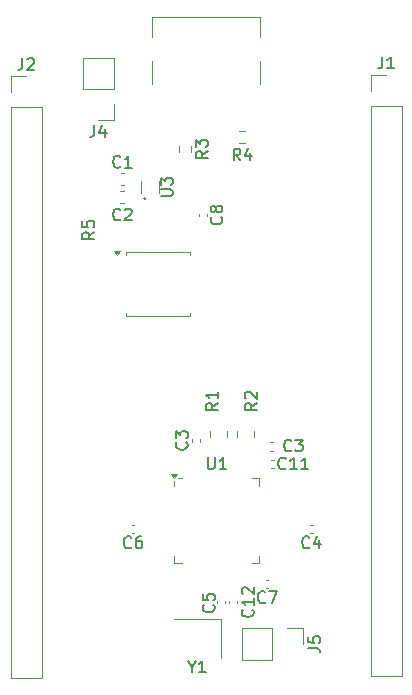
<source format=gbr>
%TF.GenerationSoftware,KiCad,Pcbnew,8.0.2*%
%TF.CreationDate,2024-06-21T23:47:16-04:00*%
%TF.ProjectId,RP2040 Custom,52503230-3430-4204-9375-73746f6d2e6b,rev?*%
%TF.SameCoordinates,Original*%
%TF.FileFunction,Legend,Top*%
%TF.FilePolarity,Positive*%
%FSLAX46Y46*%
G04 Gerber Fmt 4.6, Leading zero omitted, Abs format (unit mm)*
G04 Created by KiCad (PCBNEW 8.0.2) date 2024-06-21 23:47:16*
%MOMM*%
%LPD*%
G01*
G04 APERTURE LIST*
%ADD10C,0.150000*%
%ADD11C,0.120000*%
%ADD12C,0.140357*%
G04 APERTURE END LIST*
D10*
X139835595Y-79184819D02*
X139835595Y-79994342D01*
X139835595Y-79994342D02*
X139883214Y-80089580D01*
X139883214Y-80089580D02*
X139930833Y-80137200D01*
X139930833Y-80137200D02*
X140026071Y-80184819D01*
X140026071Y-80184819D02*
X140216547Y-80184819D01*
X140216547Y-80184819D02*
X140311785Y-80137200D01*
X140311785Y-80137200D02*
X140359404Y-80089580D01*
X140359404Y-80089580D02*
X140407023Y-79994342D01*
X140407023Y-79994342D02*
X140407023Y-79184819D01*
X141407023Y-80184819D02*
X140835595Y-80184819D01*
X141121309Y-80184819D02*
X141121309Y-79184819D01*
X141121309Y-79184819D02*
X141026071Y-79327676D01*
X141026071Y-79327676D02*
X140930833Y-79422914D01*
X140930833Y-79422914D02*
X140835595Y-79470533D01*
X148342819Y-95329333D02*
X149057104Y-95329333D01*
X149057104Y-95329333D02*
X149199961Y-95376952D01*
X149199961Y-95376952D02*
X149295200Y-95472190D01*
X149295200Y-95472190D02*
X149342819Y-95615047D01*
X149342819Y-95615047D02*
X149342819Y-95710285D01*
X148342819Y-94376952D02*
X148342819Y-94853142D01*
X148342819Y-94853142D02*
X148819009Y-94900761D01*
X148819009Y-94900761D02*
X148771390Y-94853142D01*
X148771390Y-94853142D02*
X148723771Y-94757904D01*
X148723771Y-94757904D02*
X148723771Y-94519809D01*
X148723771Y-94519809D02*
X148771390Y-94424571D01*
X148771390Y-94424571D02*
X148819009Y-94376952D01*
X148819009Y-94376952D02*
X148914247Y-94329333D01*
X148914247Y-94329333D02*
X149152342Y-94329333D01*
X149152342Y-94329333D02*
X149247580Y-94376952D01*
X149247580Y-94376952D02*
X149295200Y-94424571D01*
X149295200Y-94424571D02*
X149342819Y-94519809D01*
X149342819Y-94519809D02*
X149342819Y-94757904D01*
X149342819Y-94757904D02*
X149295200Y-94853142D01*
X149295200Y-94853142D02*
X149247580Y-94900761D01*
X140313580Y-91682866D02*
X140361200Y-91730485D01*
X140361200Y-91730485D02*
X140408819Y-91873342D01*
X140408819Y-91873342D02*
X140408819Y-91968580D01*
X140408819Y-91968580D02*
X140361200Y-92111437D01*
X140361200Y-92111437D02*
X140265961Y-92206675D01*
X140265961Y-92206675D02*
X140170723Y-92254294D01*
X140170723Y-92254294D02*
X139980247Y-92301913D01*
X139980247Y-92301913D02*
X139837390Y-92301913D01*
X139837390Y-92301913D02*
X139646914Y-92254294D01*
X139646914Y-92254294D02*
X139551676Y-92206675D01*
X139551676Y-92206675D02*
X139456438Y-92111437D01*
X139456438Y-92111437D02*
X139408819Y-91968580D01*
X139408819Y-91968580D02*
X139408819Y-91873342D01*
X139408819Y-91873342D02*
X139456438Y-91730485D01*
X139456438Y-91730485D02*
X139504057Y-91682866D01*
X139408819Y-90778104D02*
X139408819Y-91254294D01*
X139408819Y-91254294D02*
X139885009Y-91301913D01*
X139885009Y-91301913D02*
X139837390Y-91254294D01*
X139837390Y-91254294D02*
X139789771Y-91159056D01*
X139789771Y-91159056D02*
X139789771Y-90920961D01*
X139789771Y-90920961D02*
X139837390Y-90825723D01*
X139837390Y-90825723D02*
X139885009Y-90778104D01*
X139885009Y-90778104D02*
X139980247Y-90730485D01*
X139980247Y-90730485D02*
X140218342Y-90730485D01*
X140218342Y-90730485D02*
X140313580Y-90778104D01*
X140313580Y-90778104D02*
X140361200Y-90825723D01*
X140361200Y-90825723D02*
X140408819Y-90920961D01*
X140408819Y-90920961D02*
X140408819Y-91159056D01*
X140408819Y-91159056D02*
X140361200Y-91254294D01*
X140361200Y-91254294D02*
X140313580Y-91301913D01*
X130222666Y-51060819D02*
X130222666Y-51775104D01*
X130222666Y-51775104D02*
X130175047Y-51917961D01*
X130175047Y-51917961D02*
X130079809Y-52013200D01*
X130079809Y-52013200D02*
X129936952Y-52060819D01*
X129936952Y-52060819D02*
X129841714Y-52060819D01*
X131127428Y-51394152D02*
X131127428Y-52060819D01*
X130889333Y-51013200D02*
X130651238Y-51727485D01*
X130651238Y-51727485D02*
X131270285Y-51727485D01*
X124126666Y-45384819D02*
X124126666Y-46099104D01*
X124126666Y-46099104D02*
X124079047Y-46241961D01*
X124079047Y-46241961D02*
X123983809Y-46337200D01*
X123983809Y-46337200D02*
X123840952Y-46384819D01*
X123840952Y-46384819D02*
X123745714Y-46384819D01*
X124555238Y-45480057D02*
X124602857Y-45432438D01*
X124602857Y-45432438D02*
X124698095Y-45384819D01*
X124698095Y-45384819D02*
X124936190Y-45384819D01*
X124936190Y-45384819D02*
X125031428Y-45432438D01*
X125031428Y-45432438D02*
X125079047Y-45480057D01*
X125079047Y-45480057D02*
X125126666Y-45575295D01*
X125126666Y-45575295D02*
X125126666Y-45670533D01*
X125126666Y-45670533D02*
X125079047Y-45813390D01*
X125079047Y-45813390D02*
X124507619Y-46384819D01*
X124507619Y-46384819D02*
X125126666Y-46384819D01*
X133335733Y-86787380D02*
X133288114Y-86835000D01*
X133288114Y-86835000D02*
X133145257Y-86882619D01*
X133145257Y-86882619D02*
X133050019Y-86882619D01*
X133050019Y-86882619D02*
X132907162Y-86835000D01*
X132907162Y-86835000D02*
X132811924Y-86739761D01*
X132811924Y-86739761D02*
X132764305Y-86644523D01*
X132764305Y-86644523D02*
X132716686Y-86454047D01*
X132716686Y-86454047D02*
X132716686Y-86311190D01*
X132716686Y-86311190D02*
X132764305Y-86120714D01*
X132764305Y-86120714D02*
X132811924Y-86025476D01*
X132811924Y-86025476D02*
X132907162Y-85930238D01*
X132907162Y-85930238D02*
X133050019Y-85882619D01*
X133050019Y-85882619D02*
X133145257Y-85882619D01*
X133145257Y-85882619D02*
X133288114Y-85930238D01*
X133288114Y-85930238D02*
X133335733Y-85977857D01*
X134192876Y-85882619D02*
X134002400Y-85882619D01*
X134002400Y-85882619D02*
X133907162Y-85930238D01*
X133907162Y-85930238D02*
X133859543Y-85977857D01*
X133859543Y-85977857D02*
X133764305Y-86120714D01*
X133764305Y-86120714D02*
X133716686Y-86311190D01*
X133716686Y-86311190D02*
X133716686Y-86692142D01*
X133716686Y-86692142D02*
X133764305Y-86787380D01*
X133764305Y-86787380D02*
X133811924Y-86835000D01*
X133811924Y-86835000D02*
X133907162Y-86882619D01*
X133907162Y-86882619D02*
X134097638Y-86882619D01*
X134097638Y-86882619D02*
X134192876Y-86835000D01*
X134192876Y-86835000D02*
X134240495Y-86787380D01*
X134240495Y-86787380D02*
X134288114Y-86692142D01*
X134288114Y-86692142D02*
X134288114Y-86454047D01*
X134288114Y-86454047D02*
X134240495Y-86358809D01*
X134240495Y-86358809D02*
X134192876Y-86311190D01*
X134192876Y-86311190D02*
X134097638Y-86263571D01*
X134097638Y-86263571D02*
X133907162Y-86263571D01*
X133907162Y-86263571D02*
X133811924Y-86311190D01*
X133811924Y-86311190D02*
X133764305Y-86358809D01*
X133764305Y-86358809D02*
X133716686Y-86454047D01*
X143615580Y-92082857D02*
X143663200Y-92130476D01*
X143663200Y-92130476D02*
X143710819Y-92273333D01*
X143710819Y-92273333D02*
X143710819Y-92368571D01*
X143710819Y-92368571D02*
X143663200Y-92511428D01*
X143663200Y-92511428D02*
X143567961Y-92606666D01*
X143567961Y-92606666D02*
X143472723Y-92654285D01*
X143472723Y-92654285D02*
X143282247Y-92701904D01*
X143282247Y-92701904D02*
X143139390Y-92701904D01*
X143139390Y-92701904D02*
X142948914Y-92654285D01*
X142948914Y-92654285D02*
X142853676Y-92606666D01*
X142853676Y-92606666D02*
X142758438Y-92511428D01*
X142758438Y-92511428D02*
X142710819Y-92368571D01*
X142710819Y-92368571D02*
X142710819Y-92273333D01*
X142710819Y-92273333D02*
X142758438Y-92130476D01*
X142758438Y-92130476D02*
X142806057Y-92082857D01*
X143710819Y-91130476D02*
X143710819Y-91701904D01*
X143710819Y-91416190D02*
X142710819Y-91416190D01*
X142710819Y-91416190D02*
X142853676Y-91511428D01*
X142853676Y-91511428D02*
X142948914Y-91606666D01*
X142948914Y-91606666D02*
X142996533Y-91701904D01*
X142806057Y-90749523D02*
X142758438Y-90701904D01*
X142758438Y-90701904D02*
X142710819Y-90606666D01*
X142710819Y-90606666D02*
X142710819Y-90368571D01*
X142710819Y-90368571D02*
X142758438Y-90273333D01*
X142758438Y-90273333D02*
X142806057Y-90225714D01*
X142806057Y-90225714D02*
X142901295Y-90178095D01*
X142901295Y-90178095D02*
X142996533Y-90178095D01*
X142996533Y-90178095D02*
X143139390Y-90225714D01*
X143139390Y-90225714D02*
X143710819Y-90797142D01*
X143710819Y-90797142D02*
X143710819Y-90178095D01*
X154606666Y-45257819D02*
X154606666Y-45972104D01*
X154606666Y-45972104D02*
X154559047Y-46114961D01*
X154559047Y-46114961D02*
X154463809Y-46210200D01*
X154463809Y-46210200D02*
X154320952Y-46257819D01*
X154320952Y-46257819D02*
X154225714Y-46257819D01*
X155606666Y-46257819D02*
X155035238Y-46257819D01*
X155320952Y-46257819D02*
X155320952Y-45257819D01*
X155320952Y-45257819D02*
X155225714Y-45400676D01*
X155225714Y-45400676D02*
X155130476Y-45495914D01*
X155130476Y-45495914D02*
X155035238Y-45543533D01*
X138027580Y-77916066D02*
X138075200Y-77963685D01*
X138075200Y-77963685D02*
X138122819Y-78106542D01*
X138122819Y-78106542D02*
X138122819Y-78201780D01*
X138122819Y-78201780D02*
X138075200Y-78344637D01*
X138075200Y-78344637D02*
X137979961Y-78439875D01*
X137979961Y-78439875D02*
X137884723Y-78487494D01*
X137884723Y-78487494D02*
X137694247Y-78535113D01*
X137694247Y-78535113D02*
X137551390Y-78535113D01*
X137551390Y-78535113D02*
X137360914Y-78487494D01*
X137360914Y-78487494D02*
X137265676Y-78439875D01*
X137265676Y-78439875D02*
X137170438Y-78344637D01*
X137170438Y-78344637D02*
X137122819Y-78201780D01*
X137122819Y-78201780D02*
X137122819Y-78106542D01*
X137122819Y-78106542D02*
X137170438Y-77963685D01*
X137170438Y-77963685D02*
X137218057Y-77916066D01*
X137122819Y-77582732D02*
X137122819Y-76963685D01*
X137122819Y-76963685D02*
X137503771Y-77297018D01*
X137503771Y-77297018D02*
X137503771Y-77154161D01*
X137503771Y-77154161D02*
X137551390Y-77058923D01*
X137551390Y-77058923D02*
X137599009Y-77011304D01*
X137599009Y-77011304D02*
X137694247Y-76963685D01*
X137694247Y-76963685D02*
X137932342Y-76963685D01*
X137932342Y-76963685D02*
X138027580Y-77011304D01*
X138027580Y-77011304D02*
X138075200Y-77058923D01*
X138075200Y-77058923D02*
X138122819Y-77154161D01*
X138122819Y-77154161D02*
X138122819Y-77439875D01*
X138122819Y-77439875D02*
X138075200Y-77535113D01*
X138075200Y-77535113D02*
X138027580Y-77582732D01*
X138461809Y-96916628D02*
X138461809Y-97392819D01*
X138128476Y-96392819D02*
X138461809Y-96916628D01*
X138461809Y-96916628D02*
X138795142Y-96392819D01*
X139652285Y-97392819D02*
X139080857Y-97392819D01*
X139366571Y-97392819D02*
X139366571Y-96392819D01*
X139366571Y-96392819D02*
X139271333Y-96535676D01*
X139271333Y-96535676D02*
X139176095Y-96630914D01*
X139176095Y-96630914D02*
X139080857Y-96678533D01*
X140965580Y-58840666D02*
X141013200Y-58888285D01*
X141013200Y-58888285D02*
X141060819Y-59031142D01*
X141060819Y-59031142D02*
X141060819Y-59126380D01*
X141060819Y-59126380D02*
X141013200Y-59269237D01*
X141013200Y-59269237D02*
X140917961Y-59364475D01*
X140917961Y-59364475D02*
X140822723Y-59412094D01*
X140822723Y-59412094D02*
X140632247Y-59459713D01*
X140632247Y-59459713D02*
X140489390Y-59459713D01*
X140489390Y-59459713D02*
X140298914Y-59412094D01*
X140298914Y-59412094D02*
X140203676Y-59364475D01*
X140203676Y-59364475D02*
X140108438Y-59269237D01*
X140108438Y-59269237D02*
X140060819Y-59126380D01*
X140060819Y-59126380D02*
X140060819Y-59031142D01*
X140060819Y-59031142D02*
X140108438Y-58888285D01*
X140108438Y-58888285D02*
X140156057Y-58840666D01*
X140489390Y-58269237D02*
X140441771Y-58364475D01*
X140441771Y-58364475D02*
X140394152Y-58412094D01*
X140394152Y-58412094D02*
X140298914Y-58459713D01*
X140298914Y-58459713D02*
X140251295Y-58459713D01*
X140251295Y-58459713D02*
X140156057Y-58412094D01*
X140156057Y-58412094D02*
X140108438Y-58364475D01*
X140108438Y-58364475D02*
X140060819Y-58269237D01*
X140060819Y-58269237D02*
X140060819Y-58078761D01*
X140060819Y-58078761D02*
X140108438Y-57983523D01*
X140108438Y-57983523D02*
X140156057Y-57935904D01*
X140156057Y-57935904D02*
X140251295Y-57888285D01*
X140251295Y-57888285D02*
X140298914Y-57888285D01*
X140298914Y-57888285D02*
X140394152Y-57935904D01*
X140394152Y-57935904D02*
X140441771Y-57983523D01*
X140441771Y-57983523D02*
X140489390Y-58078761D01*
X140489390Y-58078761D02*
X140489390Y-58269237D01*
X140489390Y-58269237D02*
X140537009Y-58364475D01*
X140537009Y-58364475D02*
X140584628Y-58412094D01*
X140584628Y-58412094D02*
X140679866Y-58459713D01*
X140679866Y-58459713D02*
X140870342Y-58459713D01*
X140870342Y-58459713D02*
X140965580Y-58412094D01*
X140965580Y-58412094D02*
X141013200Y-58364475D01*
X141013200Y-58364475D02*
X141060819Y-58269237D01*
X141060819Y-58269237D02*
X141060819Y-58078761D01*
X141060819Y-58078761D02*
X141013200Y-57983523D01*
X141013200Y-57983523D02*
X140965580Y-57935904D01*
X140965580Y-57935904D02*
X140870342Y-57888285D01*
X140870342Y-57888285D02*
X140679866Y-57888285D01*
X140679866Y-57888285D02*
X140584628Y-57935904D01*
X140584628Y-57935904D02*
X140537009Y-57983523D01*
X140537009Y-57983523D02*
X140489390Y-58078761D01*
X130214819Y-60110666D02*
X129738628Y-60443999D01*
X130214819Y-60682094D02*
X129214819Y-60682094D01*
X129214819Y-60682094D02*
X129214819Y-60301142D01*
X129214819Y-60301142D02*
X129262438Y-60205904D01*
X129262438Y-60205904D02*
X129310057Y-60158285D01*
X129310057Y-60158285D02*
X129405295Y-60110666D01*
X129405295Y-60110666D02*
X129548152Y-60110666D01*
X129548152Y-60110666D02*
X129643390Y-60158285D01*
X129643390Y-60158285D02*
X129691009Y-60205904D01*
X129691009Y-60205904D02*
X129738628Y-60301142D01*
X129738628Y-60301142D02*
X129738628Y-60682094D01*
X129214819Y-59205904D02*
X129214819Y-59682094D01*
X129214819Y-59682094D02*
X129691009Y-59729713D01*
X129691009Y-59729713D02*
X129643390Y-59682094D01*
X129643390Y-59682094D02*
X129595771Y-59586856D01*
X129595771Y-59586856D02*
X129595771Y-59348761D01*
X129595771Y-59348761D02*
X129643390Y-59253523D01*
X129643390Y-59253523D02*
X129691009Y-59205904D01*
X129691009Y-59205904D02*
X129786247Y-59158285D01*
X129786247Y-59158285D02*
X130024342Y-59158285D01*
X130024342Y-59158285D02*
X130119580Y-59205904D01*
X130119580Y-59205904D02*
X130167200Y-59253523D01*
X130167200Y-59253523D02*
X130214819Y-59348761D01*
X130214819Y-59348761D02*
X130214819Y-59586856D01*
X130214819Y-59586856D02*
X130167200Y-59682094D01*
X130167200Y-59682094D02*
X130119580Y-59729713D01*
X140662819Y-74588666D02*
X140186628Y-74921999D01*
X140662819Y-75160094D02*
X139662819Y-75160094D01*
X139662819Y-75160094D02*
X139662819Y-74779142D01*
X139662819Y-74779142D02*
X139710438Y-74683904D01*
X139710438Y-74683904D02*
X139758057Y-74636285D01*
X139758057Y-74636285D02*
X139853295Y-74588666D01*
X139853295Y-74588666D02*
X139996152Y-74588666D01*
X139996152Y-74588666D02*
X140091390Y-74636285D01*
X140091390Y-74636285D02*
X140139009Y-74683904D01*
X140139009Y-74683904D02*
X140186628Y-74779142D01*
X140186628Y-74779142D02*
X140186628Y-75160094D01*
X140662819Y-73636285D02*
X140662819Y-74207713D01*
X140662819Y-73921999D02*
X139662819Y-73921999D01*
X139662819Y-73921999D02*
X139805676Y-74017237D01*
X139805676Y-74017237D02*
X139900914Y-74112475D01*
X139900914Y-74112475D02*
X139948533Y-74207713D01*
X146423142Y-80115580D02*
X146375523Y-80163200D01*
X146375523Y-80163200D02*
X146232666Y-80210819D01*
X146232666Y-80210819D02*
X146137428Y-80210819D01*
X146137428Y-80210819D02*
X145994571Y-80163200D01*
X145994571Y-80163200D02*
X145899333Y-80067961D01*
X145899333Y-80067961D02*
X145851714Y-79972723D01*
X145851714Y-79972723D02*
X145804095Y-79782247D01*
X145804095Y-79782247D02*
X145804095Y-79639390D01*
X145804095Y-79639390D02*
X145851714Y-79448914D01*
X145851714Y-79448914D02*
X145899333Y-79353676D01*
X145899333Y-79353676D02*
X145994571Y-79258438D01*
X145994571Y-79258438D02*
X146137428Y-79210819D01*
X146137428Y-79210819D02*
X146232666Y-79210819D01*
X146232666Y-79210819D02*
X146375523Y-79258438D01*
X146375523Y-79258438D02*
X146423142Y-79306057D01*
X147375523Y-80210819D02*
X146804095Y-80210819D01*
X147089809Y-80210819D02*
X147089809Y-79210819D01*
X147089809Y-79210819D02*
X146994571Y-79353676D01*
X146994571Y-79353676D02*
X146899333Y-79448914D01*
X146899333Y-79448914D02*
X146804095Y-79496533D01*
X148327904Y-80210819D02*
X147756476Y-80210819D01*
X148042190Y-80210819D02*
X148042190Y-79210819D01*
X148042190Y-79210819D02*
X147946952Y-79353676D01*
X147946952Y-79353676D02*
X147851714Y-79448914D01*
X147851714Y-79448914D02*
X147756476Y-79496533D01*
X132421333Y-59033580D02*
X132373714Y-59081200D01*
X132373714Y-59081200D02*
X132230857Y-59128819D01*
X132230857Y-59128819D02*
X132135619Y-59128819D01*
X132135619Y-59128819D02*
X131992762Y-59081200D01*
X131992762Y-59081200D02*
X131897524Y-58985961D01*
X131897524Y-58985961D02*
X131849905Y-58890723D01*
X131849905Y-58890723D02*
X131802286Y-58700247D01*
X131802286Y-58700247D02*
X131802286Y-58557390D01*
X131802286Y-58557390D02*
X131849905Y-58366914D01*
X131849905Y-58366914D02*
X131897524Y-58271676D01*
X131897524Y-58271676D02*
X131992762Y-58176438D01*
X131992762Y-58176438D02*
X132135619Y-58128819D01*
X132135619Y-58128819D02*
X132230857Y-58128819D01*
X132230857Y-58128819D02*
X132373714Y-58176438D01*
X132373714Y-58176438D02*
X132421333Y-58224057D01*
X132802286Y-58224057D02*
X132849905Y-58176438D01*
X132849905Y-58176438D02*
X132945143Y-58128819D01*
X132945143Y-58128819D02*
X133183238Y-58128819D01*
X133183238Y-58128819D02*
X133278476Y-58176438D01*
X133278476Y-58176438D02*
X133326095Y-58224057D01*
X133326095Y-58224057D02*
X133373714Y-58319295D01*
X133373714Y-58319295D02*
X133373714Y-58414533D01*
X133373714Y-58414533D02*
X133326095Y-58557390D01*
X133326095Y-58557390D02*
X132754667Y-59128819D01*
X132754667Y-59128819D02*
X133373714Y-59128819D01*
X139806819Y-53252666D02*
X139330628Y-53585999D01*
X139806819Y-53824094D02*
X138806819Y-53824094D01*
X138806819Y-53824094D02*
X138806819Y-53443142D01*
X138806819Y-53443142D02*
X138854438Y-53347904D01*
X138854438Y-53347904D02*
X138902057Y-53300285D01*
X138902057Y-53300285D02*
X138997295Y-53252666D01*
X138997295Y-53252666D02*
X139140152Y-53252666D01*
X139140152Y-53252666D02*
X139235390Y-53300285D01*
X139235390Y-53300285D02*
X139283009Y-53347904D01*
X139283009Y-53347904D02*
X139330628Y-53443142D01*
X139330628Y-53443142D02*
X139330628Y-53824094D01*
X138806819Y-52919332D02*
X138806819Y-52300285D01*
X138806819Y-52300285D02*
X139187771Y-52633618D01*
X139187771Y-52633618D02*
X139187771Y-52490761D01*
X139187771Y-52490761D02*
X139235390Y-52395523D01*
X139235390Y-52395523D02*
X139283009Y-52347904D01*
X139283009Y-52347904D02*
X139378247Y-52300285D01*
X139378247Y-52300285D02*
X139616342Y-52300285D01*
X139616342Y-52300285D02*
X139711580Y-52347904D01*
X139711580Y-52347904D02*
X139759200Y-52395523D01*
X139759200Y-52395523D02*
X139806819Y-52490761D01*
X139806819Y-52490761D02*
X139806819Y-52776475D01*
X139806819Y-52776475D02*
X139759200Y-52871713D01*
X139759200Y-52871713D02*
X139711580Y-52919332D01*
X132421333Y-54555580D02*
X132373714Y-54603200D01*
X132373714Y-54603200D02*
X132230857Y-54650819D01*
X132230857Y-54650819D02*
X132135619Y-54650819D01*
X132135619Y-54650819D02*
X131992762Y-54603200D01*
X131992762Y-54603200D02*
X131897524Y-54507961D01*
X131897524Y-54507961D02*
X131849905Y-54412723D01*
X131849905Y-54412723D02*
X131802286Y-54222247D01*
X131802286Y-54222247D02*
X131802286Y-54079390D01*
X131802286Y-54079390D02*
X131849905Y-53888914D01*
X131849905Y-53888914D02*
X131897524Y-53793676D01*
X131897524Y-53793676D02*
X131992762Y-53698438D01*
X131992762Y-53698438D02*
X132135619Y-53650819D01*
X132135619Y-53650819D02*
X132230857Y-53650819D01*
X132230857Y-53650819D02*
X132373714Y-53698438D01*
X132373714Y-53698438D02*
X132421333Y-53746057D01*
X133373714Y-54650819D02*
X132802286Y-54650819D01*
X133088000Y-54650819D02*
X133088000Y-53650819D01*
X133088000Y-53650819D02*
X132992762Y-53793676D01*
X132992762Y-53793676D02*
X132897524Y-53888914D01*
X132897524Y-53888914D02*
X132802286Y-53936533D01*
X144689533Y-91435580D02*
X144641914Y-91483200D01*
X144641914Y-91483200D02*
X144499057Y-91530819D01*
X144499057Y-91530819D02*
X144403819Y-91530819D01*
X144403819Y-91530819D02*
X144260962Y-91483200D01*
X144260962Y-91483200D02*
X144165724Y-91387961D01*
X144165724Y-91387961D02*
X144118105Y-91292723D01*
X144118105Y-91292723D02*
X144070486Y-91102247D01*
X144070486Y-91102247D02*
X144070486Y-90959390D01*
X144070486Y-90959390D02*
X144118105Y-90768914D01*
X144118105Y-90768914D02*
X144165724Y-90673676D01*
X144165724Y-90673676D02*
X144260962Y-90578438D01*
X144260962Y-90578438D02*
X144403819Y-90530819D01*
X144403819Y-90530819D02*
X144499057Y-90530819D01*
X144499057Y-90530819D02*
X144641914Y-90578438D01*
X144641914Y-90578438D02*
X144689533Y-90626057D01*
X145022867Y-90530819D02*
X145689533Y-90530819D01*
X145689533Y-90530819D02*
X145260962Y-91530819D01*
X135852819Y-57071904D02*
X136662342Y-57071904D01*
X136662342Y-57071904D02*
X136757580Y-57024285D01*
X136757580Y-57024285D02*
X136805200Y-56976666D01*
X136805200Y-56976666D02*
X136852819Y-56881428D01*
X136852819Y-56881428D02*
X136852819Y-56690952D01*
X136852819Y-56690952D02*
X136805200Y-56595714D01*
X136805200Y-56595714D02*
X136757580Y-56548095D01*
X136757580Y-56548095D02*
X136662342Y-56500476D01*
X136662342Y-56500476D02*
X135852819Y-56500476D01*
X135852819Y-56119523D02*
X135852819Y-55500476D01*
X135852819Y-55500476D02*
X136233771Y-55833809D01*
X136233771Y-55833809D02*
X136233771Y-55690952D01*
X136233771Y-55690952D02*
X136281390Y-55595714D01*
X136281390Y-55595714D02*
X136329009Y-55548095D01*
X136329009Y-55548095D02*
X136424247Y-55500476D01*
X136424247Y-55500476D02*
X136662342Y-55500476D01*
X136662342Y-55500476D02*
X136757580Y-55548095D01*
X136757580Y-55548095D02*
X136805200Y-55595714D01*
X136805200Y-55595714D02*
X136852819Y-55690952D01*
X136852819Y-55690952D02*
X136852819Y-55976666D01*
X136852819Y-55976666D02*
X136805200Y-56071904D01*
X136805200Y-56071904D02*
X136757580Y-56119523D01*
X148423333Y-86787380D02*
X148375714Y-86835000D01*
X148375714Y-86835000D02*
X148232857Y-86882619D01*
X148232857Y-86882619D02*
X148137619Y-86882619D01*
X148137619Y-86882619D02*
X147994762Y-86835000D01*
X147994762Y-86835000D02*
X147899524Y-86739761D01*
X147899524Y-86739761D02*
X147851905Y-86644523D01*
X147851905Y-86644523D02*
X147804286Y-86454047D01*
X147804286Y-86454047D02*
X147804286Y-86311190D01*
X147804286Y-86311190D02*
X147851905Y-86120714D01*
X147851905Y-86120714D02*
X147899524Y-86025476D01*
X147899524Y-86025476D02*
X147994762Y-85930238D01*
X147994762Y-85930238D02*
X148137619Y-85882619D01*
X148137619Y-85882619D02*
X148232857Y-85882619D01*
X148232857Y-85882619D02*
X148375714Y-85930238D01*
X148375714Y-85930238D02*
X148423333Y-85977857D01*
X149280476Y-86215952D02*
X149280476Y-86882619D01*
X149042381Y-85835000D02*
X148804286Y-86549285D01*
X148804286Y-86549285D02*
X149423333Y-86549285D01*
X146899333Y-78591580D02*
X146851714Y-78639200D01*
X146851714Y-78639200D02*
X146708857Y-78686819D01*
X146708857Y-78686819D02*
X146613619Y-78686819D01*
X146613619Y-78686819D02*
X146470762Y-78639200D01*
X146470762Y-78639200D02*
X146375524Y-78543961D01*
X146375524Y-78543961D02*
X146327905Y-78448723D01*
X146327905Y-78448723D02*
X146280286Y-78258247D01*
X146280286Y-78258247D02*
X146280286Y-78115390D01*
X146280286Y-78115390D02*
X146327905Y-77924914D01*
X146327905Y-77924914D02*
X146375524Y-77829676D01*
X146375524Y-77829676D02*
X146470762Y-77734438D01*
X146470762Y-77734438D02*
X146613619Y-77686819D01*
X146613619Y-77686819D02*
X146708857Y-77686819D01*
X146708857Y-77686819D02*
X146851714Y-77734438D01*
X146851714Y-77734438D02*
X146899333Y-77782057D01*
X147232667Y-77686819D02*
X147851714Y-77686819D01*
X147851714Y-77686819D02*
X147518381Y-78067771D01*
X147518381Y-78067771D02*
X147661238Y-78067771D01*
X147661238Y-78067771D02*
X147756476Y-78115390D01*
X147756476Y-78115390D02*
X147804095Y-78163009D01*
X147804095Y-78163009D02*
X147851714Y-78258247D01*
X147851714Y-78258247D02*
X147851714Y-78496342D01*
X147851714Y-78496342D02*
X147804095Y-78591580D01*
X147804095Y-78591580D02*
X147756476Y-78639200D01*
X147756476Y-78639200D02*
X147661238Y-78686819D01*
X147661238Y-78686819D02*
X147375524Y-78686819D01*
X147375524Y-78686819D02*
X147280286Y-78639200D01*
X147280286Y-78639200D02*
X147232667Y-78591580D01*
X143964819Y-74588666D02*
X143488628Y-74921999D01*
X143964819Y-75160094D02*
X142964819Y-75160094D01*
X142964819Y-75160094D02*
X142964819Y-74779142D01*
X142964819Y-74779142D02*
X143012438Y-74683904D01*
X143012438Y-74683904D02*
X143060057Y-74636285D01*
X143060057Y-74636285D02*
X143155295Y-74588666D01*
X143155295Y-74588666D02*
X143298152Y-74588666D01*
X143298152Y-74588666D02*
X143393390Y-74636285D01*
X143393390Y-74636285D02*
X143441009Y-74683904D01*
X143441009Y-74683904D02*
X143488628Y-74779142D01*
X143488628Y-74779142D02*
X143488628Y-75160094D01*
X143060057Y-74207713D02*
X143012438Y-74160094D01*
X143012438Y-74160094D02*
X142964819Y-74064856D01*
X142964819Y-74064856D02*
X142964819Y-73826761D01*
X142964819Y-73826761D02*
X143012438Y-73731523D01*
X143012438Y-73731523D02*
X143060057Y-73683904D01*
X143060057Y-73683904D02*
X143155295Y-73636285D01*
X143155295Y-73636285D02*
X143250533Y-73636285D01*
X143250533Y-73636285D02*
X143393390Y-73683904D01*
X143393390Y-73683904D02*
X143964819Y-74255332D01*
X143964819Y-74255332D02*
X143964819Y-73636285D01*
X142581333Y-54048819D02*
X142248000Y-53572628D01*
X142009905Y-54048819D02*
X142009905Y-53048819D01*
X142009905Y-53048819D02*
X142390857Y-53048819D01*
X142390857Y-53048819D02*
X142486095Y-53096438D01*
X142486095Y-53096438D02*
X142533714Y-53144057D01*
X142533714Y-53144057D02*
X142581333Y-53239295D01*
X142581333Y-53239295D02*
X142581333Y-53382152D01*
X142581333Y-53382152D02*
X142533714Y-53477390D01*
X142533714Y-53477390D02*
X142486095Y-53525009D01*
X142486095Y-53525009D02*
X142390857Y-53572628D01*
X142390857Y-53572628D02*
X142009905Y-53572628D01*
X143438476Y-53382152D02*
X143438476Y-54048819D01*
X143200381Y-53001200D02*
X142962286Y-53715485D01*
X142962286Y-53715485D02*
X143581333Y-53715485D01*
D11*
%TO.C,U1*%
X136987500Y-81600000D02*
X136987500Y-81190000D01*
X136987500Y-88170000D02*
X136987500Y-87520000D01*
X137637500Y-80950000D02*
X137287500Y-80950000D01*
X137637500Y-88170000D02*
X136987500Y-88170000D01*
X143557500Y-80950000D02*
X144207500Y-80950000D01*
X143557500Y-88170000D02*
X144207500Y-88170000D01*
X144207500Y-80950000D02*
X144207500Y-81600000D01*
X144207500Y-88170000D02*
X144207500Y-87520000D01*
X136987500Y-80950000D02*
X136747500Y-80620000D01*
X137227500Y-80620000D01*
X136987500Y-80950000D01*
G36*
X136987500Y-80950000D02*
G01*
X136747500Y-80620000D01*
X137227500Y-80620000D01*
X136987500Y-80950000D01*
G37*
%TO.C,J5*%
X145288000Y-96326000D02*
X142688000Y-96326000D01*
X142688000Y-93666000D02*
X142688000Y-96326000D01*
X145288000Y-93666000D02*
X145288000Y-96326000D01*
X145288000Y-93666000D02*
X142688000Y-93666000D01*
X146558000Y-93666000D02*
X147888000Y-93666000D01*
X147888000Y-93666000D02*
X147888000Y-94996000D01*
%TO.C,C5*%
X140610000Y-91332164D02*
X140610000Y-91547836D01*
X141330000Y-91332164D02*
X141330000Y-91547836D01*
%TO.C,J4*%
X129226000Y-48006000D02*
X129226000Y-45406000D01*
X131886000Y-45406000D02*
X129226000Y-45406000D01*
X131886000Y-48006000D02*
X129226000Y-48006000D01*
X131886000Y-48006000D02*
X131886000Y-45406000D01*
X131886000Y-49276000D02*
X131886000Y-50606000D01*
X131886000Y-50606000D02*
X130556000Y-50606000D01*
%TO.C,J2*%
X123130000Y-46930000D02*
X124460000Y-46930000D01*
X123130000Y-48260000D02*
X123130000Y-46930000D01*
X123130000Y-49530000D02*
X123130000Y-97850000D01*
X123130000Y-49530000D02*
X125790000Y-49530000D01*
X123130000Y-97850000D02*
X125790000Y-97850000D01*
X125790000Y-49530000D02*
X125790000Y-97850000D01*
%TO.C,C6*%
X133610236Y-84907800D02*
X133394564Y-84907800D01*
X133610236Y-85627800D02*
X133394564Y-85627800D01*
%TO.C,C12*%
X142346000Y-91547836D02*
X142346000Y-91332164D01*
X141626000Y-91547836D02*
X141626000Y-91332164D01*
%TO.C,J1*%
X153610000Y-46803000D02*
X154940000Y-46803000D01*
X153610000Y-48133000D02*
X153610000Y-46803000D01*
X153610000Y-49403000D02*
X153610000Y-97723000D01*
X153610000Y-49403000D02*
X156270000Y-49403000D01*
X153610000Y-97723000D02*
X156270000Y-97723000D01*
X156270000Y-49403000D02*
X156270000Y-97723000D01*
%TO.C,C3*%
X138476400Y-77641564D02*
X138476400Y-77857236D01*
X139196400Y-77641564D02*
X139196400Y-77857236D01*
%TO.C,Y1*%
X140938000Y-92838000D02*
X136938000Y-92838000D01*
X140938000Y-96138000D02*
X140938000Y-92838000D01*
%TO.C,C8*%
X139086000Y-58566164D02*
X139086000Y-58781836D01*
X139806000Y-58566164D02*
X139806000Y-58781836D01*
%TO.C,R1*%
X139981000Y-76988936D02*
X139981000Y-77443064D01*
X141451000Y-76988936D02*
X141451000Y-77443064D01*
%TO.C,C11*%
X145395836Y-79396000D02*
X145180164Y-79396000D01*
X145395836Y-80116000D02*
X145180164Y-80116000D01*
%TO.C,C2*%
X132434420Y-56640000D02*
X132715580Y-56640000D01*
X132434420Y-57660000D02*
X132715580Y-57660000D01*
%TO.C,R3*%
X137399500Y-52848742D02*
X137399500Y-53323258D01*
X138444500Y-52848742D02*
X138444500Y-53323258D01*
%TO.C,C1*%
X132447420Y-55116000D02*
X132728580Y-55116000D01*
X132447420Y-56136000D02*
X132728580Y-56136000D01*
%TO.C,C7*%
X144964036Y-89556000D02*
X144748364Y-89556000D01*
X144964036Y-90276000D02*
X144748364Y-90276000D01*
%TO.C,U3*%
X134205000Y-56810000D02*
X134205000Y-55810000D01*
X135685000Y-56810000D02*
X135685000Y-55810000D01*
D12*
X134565178Y-57310000D02*
G75*
G02*
X134424822Y-57310000I-70178J0D01*
G01*
X134424822Y-57310000D02*
G75*
G02*
X134565178Y-57310000I70178J0D01*
G01*
D11*
%TO.C,U2*%
X132911000Y-61791000D02*
X132911000Y-62051000D01*
X132911000Y-67241000D02*
X132911000Y-66981000D01*
X135636000Y-61791000D02*
X132911000Y-61791000D01*
X135636000Y-61791000D02*
X138361000Y-61791000D01*
X135636000Y-67241000D02*
X132911000Y-67241000D01*
X135636000Y-67241000D02*
X138361000Y-67241000D01*
X138361000Y-61791000D02*
X138361000Y-62051000D01*
X138361000Y-67241000D02*
X138361000Y-66981000D01*
X132128500Y-62051000D02*
X131888500Y-61721000D01*
X132368500Y-61721000D01*
X132128500Y-62051000D01*
G36*
X132128500Y-62051000D02*
G01*
X131888500Y-61721000D01*
X132368500Y-61721000D01*
X132128500Y-62051000D01*
G37*
%TO.C,J1*%
X135120000Y-41935000D02*
X144280000Y-41935000D01*
X135120000Y-43640000D02*
X135120000Y-41935000D01*
X135120000Y-45650000D02*
X135120000Y-47570000D01*
X144280000Y-41935000D02*
X144280000Y-43640000D01*
X144280000Y-47570000D02*
X144280000Y-45650000D01*
%TO.C,C4*%
X148697836Y-84907800D02*
X148482164Y-84907800D01*
X148697836Y-85627800D02*
X148482164Y-85627800D01*
%TO.C,C3*%
X145345036Y-77922800D02*
X145129364Y-77922800D01*
X145345036Y-78642800D02*
X145129364Y-78642800D01*
%TO.C,R2*%
X142267000Y-76988936D02*
X142267000Y-77443064D01*
X143737000Y-76988936D02*
X143737000Y-77443064D01*
%TO.C,R4*%
X142510742Y-51547500D02*
X142985258Y-51547500D01*
X142510742Y-52592500D02*
X142985258Y-52592500D01*
%TD*%
M02*

</source>
